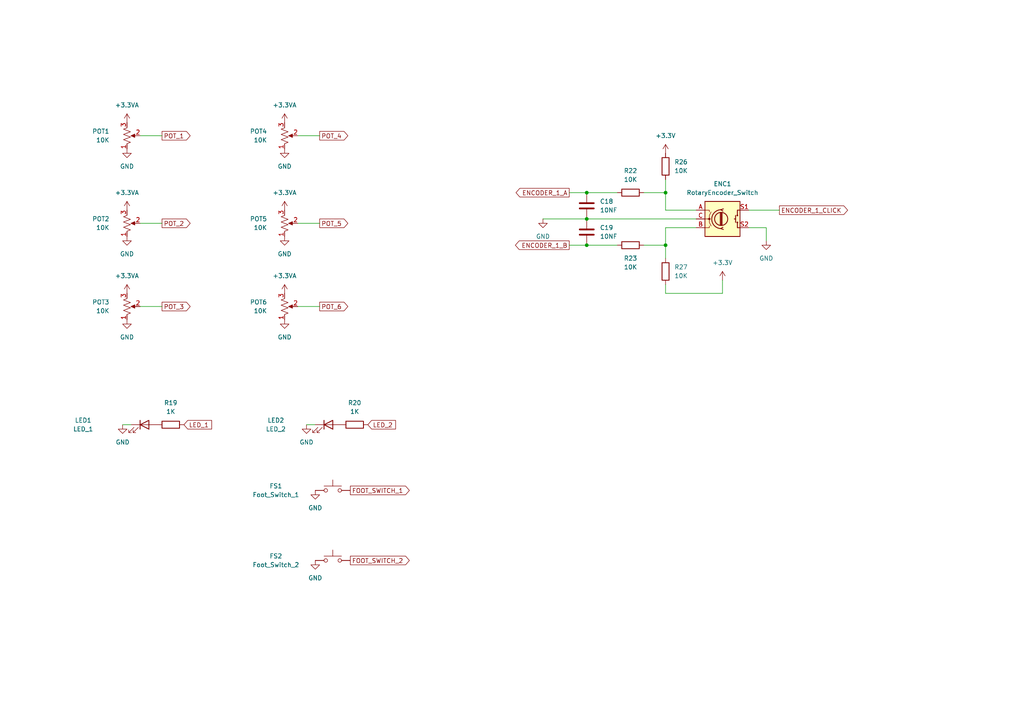
<source format=kicad_sch>
(kicad_sch (version 20230121) (generator eeschema)
  (paper "A4")
  (title_block (title "Daisy Seed Guitar Pedal 125B") (date "2023-04-15") (rev "4") (company "Made by Keith Shepherd (kshep@mac.com)"))
  (lib_symbols
    (symbol "Device:C" (pin_numbers hide) (pin_names (offset 0.254))
      (property "Reference" "C" (at 0.635 2.54 0))
      (property "Value" "C" (at 0.635 -2.54 0))
      (symbol "C_0_1"
        (polyline (pts (xy -2.032 -0.762) (xy 2.032 -0.762)) (stroke (width 0.508)))
        (polyline (pts (xy -2.032 0.762) (xy 2.032 0.762)) (stroke (width 0.508)))
      )
      (symbol "C_1_1"
        (pin passive line (at 0 3.81 270) (length 2.794) (name "~") (number "1"))
        (pin passive line (at 0 -3.81 90) (length 2.794) (name "~") (number "2"))
      )
    )
    (symbol "Device:LED" (pin_numbers hide) (pin_names (offset 1.016) hide)
      (property "Reference" "D" (at 0 2.54 0))
      (property "Value" "LED" (at 0 -2.54 0))
      (symbol "LED_0_1"
        (polyline (pts (xy -1.27 -1.27) (xy -1.27 1.27)) (stroke (width 0.254)))
        (polyline (pts (xy -1.27 0) (xy 1.27 0)))
        (polyline (pts (xy 1.27 -1.27) (xy 1.27 1.27) (xy -1.27 0) (xy 1.27 -1.27)) (stroke (width 0.254)))
        (polyline (pts (xy -3.048 -0.762) (xy -4.572 -2.286) (xy -3.81 -2.286) (xy -4.572 -2.286) (xy -4.572 -1.524)))
        (polyline (pts (xy -1.778 -0.762) (xy -3.302 -2.286) (xy -2.54 -2.286) (xy -3.302 -2.286) (xy -3.302 -1.524)))
      )
      (symbol "LED_1_1"
        (pin passive line (at -3.81 0 0) (length 2.54) (name "K") (number "1"))
        (pin passive line (at 3.81 0 180) (length 2.54) (name "A") (number "2"))
      )
    )
    (symbol "Device:R" (pin_numbers hide) (pin_names (offset 0))
      (property "Reference" "R" (at 2.032 0 90))
      (property "Value" "R" (at 0 0 90))
      (symbol "R_0_1"
        (rectangle (start -1.016 -2.54) (end 1.016 2.54) (stroke (width 0.254)))
      )
      (symbol "R_1_1"
        (pin passive line (at 0 3.81 270) (length 1.27) (name "~") (number "1"))
        (pin passive line (at 0 -3.81 90) (length 1.27) (name "~") (number "2"))
      )
    )
    (symbol "Device:R_Potentiometer_US" (pin_names (offset 1.016) hide)
      (property "Reference" "RV" (at -4.445 0 90))
      (property "Value" "R_Potentiometer_US" (at -2.54 0 90))
      (symbol "R_Potentiometer_US_0_1"
        (polyline (pts (xy 0 -2.286) (xy 0 -2.54)))
        (polyline (pts (xy 0 2.54) (xy 0 2.286)))
        (polyline (pts (xy 2.54 0) (xy 1.524 0)))
        (polyline (pts (xy 1.143 0) (xy 2.286 0.508) (xy 2.286 -0.508) (xy 1.143 0)) (fill (type outline)))
        (polyline (pts (xy 0 -0.762) (xy 1.016 -1.143) (xy 0 -1.524) (xy -1.016 -1.905) (xy 0 -2.286)))
        (polyline (pts (xy 0 0.762) (xy 1.016 0.381) (xy 0 0) (xy -1.016 -0.381) (xy 0 -0.762)))
        (polyline (pts (xy 0 2.286) (xy 1.016 1.905) (xy 0 1.524) (xy -1.016 1.143) (xy 0 0.762)))
      )
      (symbol "R_Potentiometer_US_1_1"
        (pin passive line (at 0 3.81 270) (length 1.27) (name "1") (number "1"))
        (pin passive line (at 3.81 0 180) (length 1.27) (name "2") (number "2"))
        (pin passive line (at 0 -3.81 90) (length 1.27) (name "3") (number "3"))
      )
    )
    (symbol "Device:RotaryEncoder_Switch" (pin_names (offset 0.254) hide)
      (property "Reference" "SW" (at 0 6.604 0))
      (property "Value" "RotaryEncoder_Switch" (at 0 -6.604 0))
      (symbol "RotaryEncoder_Switch_0_1"
        (rectangle (start -5.08 5.08) (end 5.08 -5.08) (stroke (width 0.254)) (fill (type background)))
        (circle (center -3.81 0) (radius 0.254) (fill (type outline)))
        (circle (center -0.381 0) (radius 1.905) (stroke (width 0.254)))
        (arc (start -0.381 2.667) (mid -3.0988 -0.0635) (end -0.381 -2.794) (stroke (width 0.254)))
        (polyline (pts (xy -0.635 -1.778) (xy -0.635 1.778)) (stroke (width 0.254)))
        (polyline (pts (xy -0.381 -1.778) (xy -0.381 1.778)) (stroke (width 0.254)))
        (polyline (pts (xy -0.127 1.778) (xy -0.127 -1.778)) (stroke (width 0.254)))
        (polyline (pts (xy 3.81 0) (xy 3.429 0)) (stroke (width 0.254)))
        (polyline (pts (xy 3.81 1.016) (xy 3.81 -1.016)) (stroke (width 0.254)))
        (polyline (pts (xy -5.08 -2.54) (xy -3.81 -2.54) (xy -3.81 -2.032)))
        (polyline (pts (xy -5.08 2.54) (xy -3.81 2.54) (xy -3.81 2.032)))
        (polyline (pts (xy 0.254 -3.048) (xy -0.508 -2.794) (xy 0.127 -2.413)) (stroke (width 0.254)))
        (polyline (pts (xy 0.254 2.921) (xy -0.508 2.667) (xy 0.127 2.286)) (stroke (width 0.254)))
        (polyline (pts (xy 5.08 -2.54) (xy 4.318 -2.54) (xy 4.318 -1.016)) (stroke (width 0.254)))
        (polyline (pts (xy 5.08 2.54) (xy 4.318 2.54) (xy 4.318 1.016)) (stroke (width 0.254)))
        (polyline (pts (xy -5.08 0) (xy -3.81 0) (xy -3.81 -1.016) (xy -3.302 -2.032)))
        (polyline (pts (xy -4.318 0) (xy -3.81 0) (xy -3.81 1.016) (xy -3.302 2.032)))
        (circle (center 4.318 -1.016) (radius 0.127) (stroke (width 0.254)))
        (circle (center 4.318 1.016) (radius 0.127) (stroke (width 0.254)))
      )
      (symbol "RotaryEncoder_Switch_1_1"
        (pin passive line (at -7.62 2.54 0) (length 2.54) (name "A") (number "A"))
        (pin passive line (at -7.62 -2.54 0) (length 2.54) (name "B") (number "B"))
        (pin passive line (at -7.62 0 0) (length 2.54) (name "C") (number "C"))
        (pin passive line (at 7.62 2.54 180) (length 2.54) (name "S1") (number "S1"))
        (pin passive line (at 7.62 -2.54 180) (length 2.54) (name "S2") (number "S2"))
      )
    )
    (symbol "Switch:SW_Push" (pin_numbers hide) (pin_names (offset 1.016) hide)
      (property "Reference" "SW" (at 1.27 2.54 0))
      (property "Value" "SW_Push" (at 0 -1.524 0))
      (symbol "SW_Push_0_1"
        (circle (center -2.032 0) (radius 0.508))
        (polyline (pts (xy 0 1.27) (xy 0 3.048)))
        (polyline (pts (xy 2.54 1.27) (xy -2.54 1.27)))
        (circle (center 2.032 0) (radius 0.508))
        (pin passive line (at -5.08 0 0) (length 2.54) (name "1") (number "1"))
        (pin passive line (at 5.08 0 180) (length 2.54) (name "2") (number "2"))
      )
    )
    (symbol "power:+3.3V" (power) (pin_names (offset 0))
      (property "Value" "+3.3V" (at 0 3.556 0))
      (symbol "+3.3V_0_1"
        (polyline (pts (xy -0.762 1.27) (xy 0 2.54)))
        (polyline (pts (xy 0 0) (xy 0 2.54)))
        (polyline (pts (xy 0 2.54) (xy 0.762 1.27)))
      )
      (symbol "+3.3V_1_1"
        (pin power_in line (at 0 0 90) (length 0) hide (name "+3.3V") (number "1"))
      )
    )
    (symbol "power:+3.3VA" (power) (pin_names (offset 0))
      (property "Value" "+3.3VA" (at 0 3.556 0))
      (symbol "+3.3VA_0_1"
        (polyline (pts (xy -0.762 1.27) (xy 0 2.54)))
        (polyline (pts (xy 0 0) (xy 0 2.54)))
        (polyline (pts (xy 0 2.54) (xy 0.762 1.27)))
      )
      (symbol "+3.3VA_1_1"
        (pin power_in line (at 0 0 90) (length 0) hide (name "+3.3VA") (number "1"))
      )
    )
    (symbol "power:GND" (power) (pin_names (offset 0))
      (property "Value" "GND" (at 0 -3.81 0))
      (symbol "GND_0_1"
        (polyline (pts (xy 0 0) (xy 0 -1.27) (xy 1.27 -1.27) (xy 0 -2.54) (xy -1.27 -1.27) (xy 0 -1.27)))
      )
      (symbol "GND_1_1"
        (pin power_in line (at 0 0 270) (length 0) hide (name "GND") (number "1"))
      )
    )
  )
  (junction (at 170.18 55.88))
  (junction (at 193.04 55.88))
  (junction (at 170.18 63.5))
  (junction (at 193.04 71.12))
  (junction (at 170.18 71.12))
  (wire (pts (xy 193.04 85.09) (xy 209.55 85.09)))
  (wire (pts (xy 209.55 81.28) (xy 209.55 85.09)))
  (wire (pts (xy 186.69 55.88) (xy 193.04 55.88)))
  (wire (pts (xy 193.04 60.96) (xy 201.93 60.96)))
  (wire (pts (xy 201.93 63.5) (xy 170.18 63.5)))
  (wire (pts (xy 201.93 66.04) (xy 193.04 66.04)))
  (wire (pts (xy 35.56 123.19) (xy 38.1 123.19)))
  (wire (pts (xy 222.25 66.04) (xy 222.25 69.85)))
  (wire (pts (xy 186.69 71.12) (xy 193.04 71.12)))
  (wire (pts (xy 217.17 66.04) (xy 222.25 66.04)))
  (wire (pts (xy 40.64 88.9) (xy 46.99 88.9)))
  (wire (pts (xy 170.18 63.5) (xy 157.48 63.5)))
  (wire (pts (xy 40.64 64.77) (xy 46.99 64.77)))
  (wire (pts (xy 170.18 55.88) (xy 179.07 55.88)))
  (wire (pts (xy 193.04 71.12) (xy 193.04 74.93)))
  (wire (pts (xy 217.17 60.96) (xy 226.06 60.96)))
  (wire (pts (xy 170.18 71.12) (xy 179.07 71.12)))
  (wire (pts (xy 165.1 71.12) (xy 170.18 71.12)))
  (wire (pts (xy 193.04 66.04) (xy 193.04 71.12)))
  (wire (pts (xy 193.04 82.55) (xy 193.04 85.09)))
  (wire (pts (xy 40.64 39.37) (xy 46.99 39.37)))
  (wire (pts (xy 86.36 64.77) (xy 92.71 64.77)))
  (wire (pts (xy 88.9 123.19) (xy 91.44 123.19)))
  (wire (pts (xy 86.36 39.37) (xy 92.71 39.37)))
  (wire (pts (xy 193.04 55.88) (xy 193.04 60.96)))
  (wire (pts (xy 165.1 55.88) (xy 170.18 55.88)))
  (wire (pts (xy 86.36 88.9) (xy 92.71 88.9)))
  (wire (pts (xy 193.04 52.07) (xy 193.04 55.88)))
  (global_label "POT_4" (shape output) (at 92.71 39.37 0) (property "Intersheetrefs" "${INTERSHEET_REFS}" (effects hide)))
  (global_label "POT_3" (shape output) (at 46.99 88.9 0) (property "Intersheetrefs" "${INTERSHEET_REFS}" (effects hide)))
  (global_label "LED_1" (shape input) (at 53.34 123.19 0) (property "Intersheetrefs" "${INTERSHEET_REFS}" (effects hide)))
  (global_label "ENCODER_1_A" (shape output) (at 165.1 55.88 180) (property "Intersheetrefs" "${INTERSHEET_REFS}" (effects hide)))
  (global_label "ENCODER_1_CLICK" (shape output) (at 226.06 60.96 0) (property "Intersheetrefs" "${INTERSHEET_REFS}" (effects hide)))
  (global_label "POT_5" (shape output) (at 92.71 64.77 0) (property "Intersheetrefs" "${INTERSHEET_REFS}" (effects hide)))
  (global_label "POT_1" (shape output) (at 46.99 39.37 0) (property "Intersheetrefs" "${INTERSHEET_REFS}" (effects hide)))
  (global_label "LED_2" (shape input) (at 106.68 123.19 0) (property "Intersheetrefs" "${INTERSHEET_REFS}" (effects hide)))
  (global_label "FOOT_SWITCH_1" (shape output) (at 101.6 142.24 0) (property "Intersheetrefs" "${INTERSHEET_REFS}" (effects hide)))
  (global_label "POT_6" (shape output) (at 92.71 88.9 0) (property "Intersheetrefs" "${INTERSHEET_REFS}" (effects hide)))
  (global_label "POT_2" (shape output) (at 46.99 64.77 0) (property "Intersheetrefs" "${INTERSHEET_REFS}" (effects hide)))
  (global_label "ENCODER_1_B" (shape output) (at 165.1 71.12 180) (property "Intersheetrefs" "${INTERSHEET_REFS}" (effects hide)))
  (global_label "FOOT_SWITCH_2" (shape output) (at 101.6 162.56 0) (property "Intersheetrefs" "${INTERSHEET_REFS}" (effects hide)))
  (symbol (lib_id "power:GND") (at 157.48 63.5 0) (unit 1)
    (property "Reference" "#PWR049" (effects hide))
    (property "Value" "GND" (at 157.48 68.58 0))
  )
  (symbol (lib_id "power:+3.3VA") (at 82.55 35.56 0) (unit 1)
    (property "Reference" "#PWR019" (effects hide))
    (property "Value" "+3.3VA" (at 82.55 30.48 0))
  )
  (symbol (lib_id "Device:R") (at 182.88 55.88 90) (unit 1)
    (property "Reference" "R22" (at 182.88 49.53 90))
    (property "Value" "10K" (at 182.88 52.07 90))
    (property "Footprint" "Resistor_SMD:R_0805_2012Metric" (effects hide))
  )
  (symbol (lib_id "power:GND") (at 91.44 142.24 0) (unit 1)
    (property "Reference" "#PWR047" (effects hide))
    (property "Value" "GND" (at 91.44 147.32 0))
  )
  (symbol (lib_id "Switch:SW_Push") (at 96.52 162.56 0) (unit 1)
    (property "Reference" "FS2" (at 80.01 161.29 0))
    (property "Value" "Foot_Switch_2" (at 80.01 163.83 0))
    (property "Footprint" "Connector_PinHeader_2.54mm:PinHeader_1x02_P2.54mm_Vertical" (effects hide))
  )
  (symbol (lib_id "Device:R") (at 49.53 123.19 90) (unit 1)
    (property "Reference" "R19" (at 49.53 116.84 90))
    (property "Value" "1K" (at 49.53 119.38 90))
    (property "Footprint" "Resistor_SMD:R_0805_2012Metric" (effects hide))
  )
  (symbol (lib_id "power:+3.3V") (at 193.04 44.45 0) (unit 1)
    (property "Reference" "#PWR051" (effects hide))
    (property "Value" "+3.3V" (at 193.04 39.37 0))
  )
  (symbol (lib_id "Device:RotaryEncoder_Switch") (at 209.55 63.5 0) (unit 1)
    (property "Reference" "ENC1" (at 209.55 53.34 0))
    (property "Value" "RotaryEncoder_Switch" (at 209.55 55.88 0))
    (property "Footprint" "Rotary_Encoder:RotaryEncoder_Alps_EC11E-Switch_Vertical_H20mm" (effects hide))
  )
  (symbol (lib_id "Device:R_Potentiometer_US") (at 82.55 39.37 0) (mirror x) (unit 1)
    (property "Reference" "POT4" (at 77.47 38.1 0) (effects (justify right)))
    (property "Value" "10K" (at 77.47 40.64 0) (effects (justify right)))
    (property "Footprint" "GuitarPedal125B:Potentiometer_Bourns_PRS11R" (effects hide))
  )
  (symbol (lib_id "power:GND") (at 36.83 92.71 0) (unit 1)
    (property "Reference" "#PWR039" (effects hide))
    (property "Value" "GND" (at 36.83 97.79 0))
  )
  (symbol (lib_id "power:GND") (at 82.55 92.71 0) (unit 1)
    (property "Reference" "#PWR040" (effects hide))
    (property "Value" "GND" (at 82.55 97.79 0))
  )
  (symbol (lib_id "Device:R_Potentiometer_US") (at 82.55 88.9 0) (mirror x) (unit 1)
    (property "Reference" "POT6" (at 77.47 87.63 0) (effects (justify right)))
    (property "Value" "10K" (at 77.47 90.17 0) (effects (justify right)))
    (property "Footprint" "GuitarPedal125B:Potentiometer_Bourns_PRS11R" (effects hide))
  )
  (symbol (lib_id "Device:R") (at 182.88 71.12 270) (unit 1)
    (property "Reference" "R23" (at 182.88 74.93 90))
    (property "Value" "10K" (at 182.88 77.47 90))
    (property "Footprint" "Resistor_SMD:R_0805_2012Metric" (effects hide))
  )
  (symbol (lib_id "Device:LED") (at 41.91 123.19 0) (unit 1)
    (property "Reference" "LED1" (at 24.13 121.92 0))
    (property "Value" "LED_1" (at 24.13 124.46 0))
    (property "Footprint" "Connector_PinHeader_2.54mm:PinHeader_1x02_P2.54mm_Vertical" (effects hide))
  )
  (symbol (lib_id "power:+3.3VA") (at 82.55 85.09 0) (unit 1)
    (property "Reference" "#PWR033" (effects hide))
    (property "Value" "+3.3VA" (at 82.55 80.01 0))
  )
  (symbol (lib_id "power:+3.3VA") (at 82.55 60.96 0) (unit 1)
    (property "Reference" "#PWR031" (effects hide))
    (property "Value" "+3.3VA" (at 82.55 55.88 0))
  )
  (symbol (lib_id "power:+3.3VA") (at 36.83 35.56 0) (unit 1)
    (property "Reference" "#PWR034" (effects hide))
    (property "Value" "+3.3VA" (at 36.83 30.48 0))
  )
  (symbol (lib_id "Device:LED") (at 95.25 123.19 0) (unit 1)
    (property "Reference" "LED2" (at 80.01 121.92 0))
    (property "Value" "LED_2" (at 80.01 124.46 0))
    (property "Footprint" "Connector_PinHeader_2.54mm:PinHeader_1x02_P2.54mm_Vertical" (effects hide))
  )
  (symbol (lib_id "Device:C") (at 170.18 67.31 0) (unit 1)
    (property "Reference" "C19" (at 173.99 66.0399 0) (effects (justify left)))
    (property "Value" "10NF" (at 173.99 68.5799 0) (effects (justify left)))
    (property "Footprint" "Capacitor_SMD:C_0805_2012Metric" (effects hide))
  )
  (symbol (lib_id "power:+3.3V") (at 209.55 81.28 0) (unit 1)
    (property "Reference" "#PWR053" (effects hide))
    (property "Value" "+3.3V" (at 209.55 76.2 0))
  )
  (symbol (lib_id "power:GND") (at 36.83 43.18 0) (unit 1)
    (property "Reference" "#PWR035" (effects hide))
    (property "Value" "GND" (at 36.83 48.26 0))
  )
  (symbol (lib_id "power:GND") (at 82.55 68.58 0) (unit 1)
    (property "Reference" "#PWR032" (effects hide))
    (property "Value" "GND" (at 82.55 73.66 0))
  )
  (symbol (lib_id "power:GND") (at 82.55 43.18 0) (unit 1)
    (property "Reference" "#PWR030" (effects hide))
    (property "Value" "GND" (at 82.55 48.26 0))
  )
  (symbol (lib_id "Device:R") (at 193.04 78.74 0) (unit 1)
    (property "Reference" "R27" (at 195.58 77.4699 0) (effects (justify left)))
    (property "Value" "10K" (at 195.58 80.0099 0) (effects (justify left)))
    (property "Footprint" "Resistor_SMD:R_0805_2012Metric" (effects hide))
  )
  (symbol (lib_id "Device:R_Potentiometer_US") (at 36.83 39.37 0) (mirror x) (unit 1)
    (property "Reference" "POT1" (at 31.75 38.1 0) (effects (justify right)))
    (property "Value" "10K" (at 31.75 40.64 0) (effects (justify right)))
    (property "Footprint" "GuitarPedal125B:Potentiometer_Bourns_PRS11R" (effects hide))
  )
  (symbol (lib_id "power:GND") (at 35.56 123.19 0) (unit 1)
    (property "Reference" "#PWR028" (effects hide))
    (property "Value" "GND" (at 35.56 128.27 0))
  )
  (symbol (lib_id "Device:R") (at 102.87 123.19 90) (unit 1)
    (property "Reference" "R20" (at 102.87 116.84 90))
    (property "Value" "1K" (at 102.87 119.38 90))
    (property "Footprint" "Resistor_SMD:R_0805_2012Metric" (effects hide))
  )
  (symbol (lib_id "power:+3.3VA") (at 36.83 60.96 0) (unit 1)
    (property "Reference" "#PWR036" (effects hide))
    (property "Value" "+3.3VA" (at 36.83 55.88 0))
  )
  (symbol (lib_id "power:GND") (at 36.83 68.58 0) (unit 1)
    (property "Reference" "#PWR037" (effects hide))
    (property "Value" "GND" (at 36.83 73.66 0))
  )
  (symbol (lib_id "Device:R_Potentiometer_US") (at 82.55 64.77 0) (mirror x) (unit 1)
    (property "Reference" "POT5" (at 77.47 63.5 0) (effects (justify right)))
    (property "Value" "10K" (at 77.47 66.04 0) (effects (justify right)))
    (property "Footprint" "GuitarPedal125B:Potentiometer_Bourns_PRS11R" (effects hide))
  )
  (symbol (lib_id "Switch:SW_Push") (at 96.52 142.24 0) (unit 1)
    (property "Reference" "FS1" (at 80.01 140.97 0))
    (property "Value" "Foot_Switch_1" (at 80.01 143.51 0))
    (property "Footprint" "Connector_PinHeader_2.54mm:PinHeader_1x02_P2.54mm_Vertical" (effects hide))
  )
  (symbol (lib_id "power:GND") (at 222.25 69.85 0) (unit 1)
    (property "Reference" "#PWR055" (effects hide))
    (property "Value" "GND" (at 222.25 74.93 0))
  )
  (symbol (lib_id "Device:R") (at 193.04 48.26 0) (unit 1)
    (property "Reference" "R26" (at 195.58 46.9899 0) (effects (justify left)))
    (property "Value" "10K" (at 195.58 49.5299 0) (effects (justify left)))
    (property "Footprint" "Resistor_SMD:R_0805_2012Metric" (effects hide))
  )
  (symbol (lib_id "Device:R_Potentiometer_US") (at 36.83 64.77 0) (mirror x) (unit 1)
    (property "Reference" "POT2" (at 31.75 63.5 0) (effects (justify right)))
    (property "Value" "10K" (at 31.75 66.04 0) (effects (justify right)))
    (property "Footprint" "GuitarPedal125B:Potentiometer_Bourns_PRS11R" (effects hide))
  )
  (symbol (lib_id "power:GND") (at 88.9 123.19 0) (unit 1)
    (property "Reference" "#PWR046" (effects hide))
    (property "Value" "GND" (at 88.9 128.27 0))
  )
  (symbol (lib_id "power:GND") (at 91.44 162.56 0) (unit 1)
    (property "Reference" "#PWR048" (effects hide))
    (property "Value" "GND" (at 91.44 167.64 0))
  )
  (symbol (lib_id "Device:C") (at 170.18 59.69 0) (unit 1)
    (property "Reference" "C18" (at 173.99 58.4199 0) (effects (justify left)))
    (property "Value" "10NF" (at 173.99 60.9599 0) (effects (justify left)))
    (property "Footprint" "Capacitor_SMD:C_0805_2012Metric" (effects hide))
  )
  (symbol (lib_id "power:+3.3VA") (at 36.83 85.09 0) (unit 1)
    (property "Reference" "#PWR038" (effects hide))
    (property "Value" "+3.3VA" (at 36.83 80.01 0))
  )
  (symbol (lib_id "Device:R_Potentiometer_US") (at 36.83 88.9 0) (mirror x) (unit 1)
    (property "Reference" "POT3" (at 31.75 87.63 0) (effects (justify right)))
    (property "Value" "10K" (at 31.75 90.17 0) (effects (justify right)))
    (property "Footprint" "GuitarPedal125B:Potentiometer_Bourns_PRS11R" (effects hide))
  )
)
</source>
